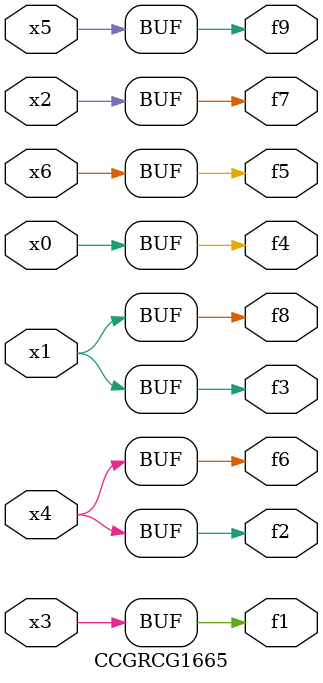
<source format=v>
module CCGRCG1665(
	input x0, x1, x2, x3, x4, x5, x6,
	output f1, f2, f3, f4, f5, f6, f7, f8, f9
);
	assign f1 = x3;
	assign f2 = x4;
	assign f3 = x1;
	assign f4 = x0;
	assign f5 = x6;
	assign f6 = x4;
	assign f7 = x2;
	assign f8 = x1;
	assign f9 = x5;
endmodule

</source>
